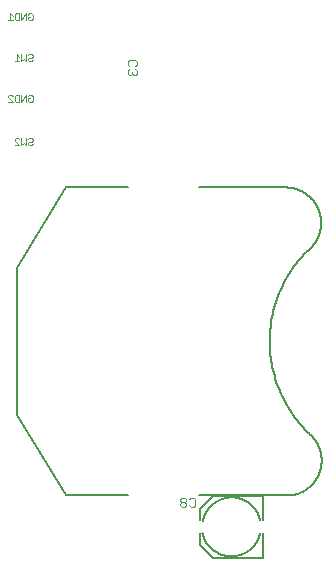
<source format=gbo>
G75*
%MOIN*%
%OFA0B0*%
%FSLAX25Y25*%
%IPPOS*%
%LPD*%
%AMOC8*
5,1,8,0,0,1.08239X$1,22.5*
%
%ADD10C,0.00100*%
%ADD11C,0.00800*%
%ADD12C,0.00200*%
D10*
X0005446Y0140850D02*
X0006980Y0140850D01*
X0005446Y0142385D01*
X0005446Y0142768D01*
X0005829Y0143152D01*
X0006597Y0143152D01*
X0006980Y0142768D01*
X0007655Y0143152D02*
X0007655Y0140850D01*
X0008423Y0141617D01*
X0009190Y0140850D01*
X0009190Y0143152D01*
X0009865Y0142768D02*
X0010249Y0143152D01*
X0011016Y0143152D01*
X0011400Y0142768D01*
X0011400Y0142385D01*
X0011016Y0142001D01*
X0010249Y0142001D01*
X0009865Y0141617D01*
X0009865Y0141234D01*
X0010249Y0140850D01*
X0011016Y0140850D01*
X0011400Y0141234D01*
X0011016Y0155250D02*
X0010249Y0155250D01*
X0009865Y0155634D01*
X0009865Y0156401D01*
X0010633Y0156401D01*
X0011400Y0157168D02*
X0011400Y0155634D01*
X0011016Y0155250D01*
X0011400Y0157168D02*
X0011016Y0157552D01*
X0010249Y0157552D01*
X0009865Y0157168D01*
X0009190Y0157552D02*
X0009190Y0155250D01*
X0007655Y0155250D02*
X0007655Y0157552D01*
X0006980Y0157552D02*
X0006980Y0155250D01*
X0005829Y0155250D01*
X0005446Y0155634D01*
X0005446Y0157168D01*
X0005829Y0157552D01*
X0006980Y0157552D01*
X0009190Y0157552D02*
X0007655Y0155250D01*
X0004770Y0155250D02*
X0003236Y0156785D01*
X0003236Y0157168D01*
X0003619Y0157552D01*
X0004387Y0157552D01*
X0004770Y0157168D01*
X0004770Y0155250D02*
X0003236Y0155250D01*
X0005446Y0168850D02*
X0006980Y0168850D01*
X0007655Y0168850D02*
X0007655Y0171152D01*
X0006980Y0170385D02*
X0006213Y0171152D01*
X0006213Y0168850D01*
X0007655Y0168850D02*
X0008423Y0169617D01*
X0009190Y0168850D01*
X0009190Y0171152D01*
X0009865Y0170768D02*
X0010249Y0171152D01*
X0011016Y0171152D01*
X0011400Y0170768D01*
X0011400Y0170385D01*
X0011016Y0170001D01*
X0010249Y0170001D01*
X0009865Y0169617D01*
X0009865Y0169234D01*
X0010249Y0168850D01*
X0011016Y0168850D01*
X0011400Y0169234D01*
X0011016Y0182450D02*
X0010249Y0182450D01*
X0009865Y0182834D01*
X0009865Y0183601D01*
X0010633Y0183601D01*
X0011400Y0184368D02*
X0011400Y0182834D01*
X0011016Y0182450D01*
X0011400Y0184368D02*
X0011016Y0184752D01*
X0010249Y0184752D01*
X0009865Y0184368D01*
X0009190Y0184752D02*
X0009190Y0182450D01*
X0007655Y0182450D02*
X0007655Y0184752D01*
X0006980Y0184752D02*
X0006980Y0182450D01*
X0005829Y0182450D01*
X0005446Y0182834D01*
X0005446Y0184368D01*
X0005829Y0184752D01*
X0006980Y0184752D01*
X0009190Y0184752D02*
X0007655Y0182450D01*
X0004770Y0182450D02*
X0003236Y0182450D01*
X0004003Y0182450D02*
X0004003Y0184752D01*
X0004770Y0183985D01*
D11*
X0022609Y0024061D02*
X0043239Y0024061D01*
X0022609Y0024061D02*
X0006074Y0050833D01*
X0006074Y0099967D01*
X0022609Y0126739D01*
X0043239Y0126739D01*
X0066861Y0126739D02*
X0095916Y0126739D01*
X0095916Y0126738D02*
X0096204Y0126732D01*
X0096491Y0126719D01*
X0096778Y0126699D01*
X0097064Y0126672D01*
X0097350Y0126638D01*
X0097635Y0126598D01*
X0097918Y0126550D01*
X0098201Y0126495D01*
X0098481Y0126434D01*
X0098761Y0126366D01*
X0099038Y0126290D01*
X0099314Y0126209D01*
X0099588Y0126120D01*
X0099859Y0126025D01*
X0100128Y0125923D01*
X0100394Y0125815D01*
X0100658Y0125700D01*
X0100919Y0125579D01*
X0101177Y0125451D01*
X0101431Y0125317D01*
X0101682Y0125177D01*
X0101930Y0125031D01*
X0102174Y0124879D01*
X0102415Y0124721D01*
X0102651Y0124558D01*
X0102883Y0124388D01*
X0103111Y0124213D01*
X0103335Y0124032D01*
X0103555Y0123846D01*
X0103769Y0123655D01*
X0103979Y0123458D01*
X0104184Y0123257D01*
X0104384Y0123050D01*
X0104580Y0122839D01*
X0104769Y0122623D01*
X0104954Y0122402D01*
X0105133Y0122177D01*
X0105306Y0121948D01*
X0105474Y0121715D01*
X0105636Y0121477D01*
X0105793Y0121236D01*
X0105943Y0120991D01*
X0106087Y0120742D01*
X0106226Y0120490D01*
X0106358Y0120234D01*
X0106483Y0119975D01*
X0106603Y0119714D01*
X0106716Y0119449D01*
X0106822Y0119182D01*
X0106922Y0118913D01*
X0107016Y0118641D01*
X0107102Y0118366D01*
X0107182Y0118090D01*
X0107255Y0117812D01*
X0107322Y0117532D01*
X0107381Y0117251D01*
X0107434Y0116968D01*
X0107480Y0116684D01*
X0107519Y0116399D01*
X0107551Y0116114D01*
X0107575Y0115827D01*
X0107593Y0115540D01*
X0107604Y0115253D01*
X0107608Y0114965D01*
X0107605Y0114677D01*
X0107595Y0114390D01*
X0107577Y0114103D01*
X0107553Y0113816D01*
X0107522Y0113531D01*
X0107484Y0113246D01*
X0107439Y0112962D01*
X0107387Y0112679D01*
X0107328Y0112397D01*
X0107262Y0112117D01*
X0107190Y0111839D01*
X0107110Y0111562D01*
X0107024Y0111288D01*
X0106932Y0111016D01*
X0106832Y0110746D01*
X0106727Y0110479D01*
X0106614Y0110214D01*
X0106495Y0109952D01*
X0106370Y0109693D01*
X0106239Y0109437D01*
X0106101Y0109185D01*
X0105957Y0108936D01*
X0105808Y0108690D01*
X0105652Y0108448D01*
X0105490Y0108210D01*
X0105323Y0107977D01*
X0105150Y0107747D01*
X0104972Y0107521D01*
X0104788Y0107300D01*
X0104598Y0107084D01*
X0104404Y0106872D01*
X0104204Y0106665D01*
X0103999Y0106463D01*
X0103790Y0106266D01*
X0104183Y0106659D02*
X0103427Y0105946D01*
X0102688Y0105214D01*
X0101967Y0104464D01*
X0101265Y0103697D01*
X0100581Y0102913D01*
X0099918Y0102112D01*
X0099274Y0101295D01*
X0098650Y0100463D01*
X0098047Y0099616D01*
X0097464Y0098754D01*
X0096903Y0097878D01*
X0096364Y0096989D01*
X0095846Y0096086D01*
X0095351Y0095172D01*
X0094878Y0094245D01*
X0094429Y0093307D01*
X0094002Y0092359D01*
X0093599Y0091400D01*
X0093219Y0090432D01*
X0092863Y0089455D01*
X0092531Y0088469D01*
X0092223Y0087475D01*
X0091940Y0086474D01*
X0091681Y0085467D01*
X0091448Y0084454D01*
X0091239Y0083435D01*
X0091055Y0082411D01*
X0090896Y0081383D01*
X0090762Y0080351D01*
X0090654Y0079317D01*
X0090571Y0078280D01*
X0090513Y0077242D01*
X0090481Y0076202D01*
X0090475Y0075162D01*
X0090494Y0074122D01*
X0090538Y0073083D01*
X0090608Y0072045D01*
X0090703Y0071009D01*
X0090823Y0069976D01*
X0090969Y0068946D01*
X0091140Y0067921D01*
X0091336Y0066899D01*
X0091557Y0065883D01*
X0091803Y0064872D01*
X0092074Y0063868D01*
X0092369Y0062870D01*
X0092688Y0061880D01*
X0093032Y0060899D01*
X0093399Y0059926D01*
X0093790Y0058962D01*
X0094205Y0058008D01*
X0094643Y0057065D01*
X0095104Y0056132D01*
X0095587Y0055211D01*
X0096093Y0054303D01*
X0096621Y0053407D01*
X0097171Y0052524D01*
X0097743Y0051655D01*
X0098335Y0050800D01*
X0098948Y0049960D01*
X0099582Y0049135D01*
X0100236Y0048326D01*
X0100909Y0047533D01*
X0101601Y0046757D01*
X0102313Y0045998D01*
X0103042Y0045257D01*
X0103790Y0044533D01*
X0103791Y0044534D02*
X0104003Y0044344D01*
X0104210Y0044149D01*
X0104412Y0043948D01*
X0104610Y0043743D01*
X0104802Y0043533D01*
X0104989Y0043319D01*
X0105171Y0043100D01*
X0105348Y0042876D01*
X0105519Y0042648D01*
X0105684Y0042417D01*
X0105844Y0042181D01*
X0105998Y0041941D01*
X0106146Y0041698D01*
X0106288Y0041451D01*
X0106424Y0041201D01*
X0106554Y0040948D01*
X0106678Y0040691D01*
X0106795Y0040432D01*
X0106906Y0040169D01*
X0107011Y0039905D01*
X0107109Y0039637D01*
X0107200Y0039368D01*
X0107285Y0039096D01*
X0107364Y0038822D01*
X0107435Y0038546D01*
X0107500Y0038269D01*
X0107558Y0037990D01*
X0107610Y0037710D01*
X0107654Y0037429D01*
X0107692Y0037147D01*
X0107722Y0036864D01*
X0107746Y0036580D01*
X0107763Y0036296D01*
X0107773Y0036011D01*
X0107776Y0035726D01*
X0107772Y0035441D01*
X0107761Y0035157D01*
X0107743Y0034873D01*
X0107719Y0034589D01*
X0107687Y0034306D01*
X0107649Y0034024D01*
X0107603Y0033743D01*
X0107551Y0033463D01*
X0107492Y0033184D01*
X0107426Y0032907D01*
X0107354Y0032632D01*
X0107274Y0032358D01*
X0107189Y0032087D01*
X0107096Y0031817D01*
X0106997Y0031550D01*
X0106892Y0031286D01*
X0106780Y0031024D01*
X0106662Y0030765D01*
X0106537Y0030509D01*
X0106406Y0030256D01*
X0106270Y0030006D01*
X0106127Y0029760D01*
X0105978Y0029517D01*
X0105823Y0029278D01*
X0105663Y0029043D01*
X0105496Y0028811D01*
X0105325Y0028584D01*
X0105147Y0028361D01*
X0104965Y0028143D01*
X0104777Y0027929D01*
X0104584Y0027719D01*
X0104386Y0027515D01*
X0104183Y0027315D01*
X0103975Y0027121D01*
X0103762Y0026931D01*
X0103545Y0026747D01*
X0103324Y0026568D01*
X0103098Y0026394D01*
X0102868Y0026226D01*
X0102634Y0026064D01*
X0102396Y0025907D01*
X0102155Y0025757D01*
X0101910Y0025612D01*
X0101661Y0025473D01*
X0101409Y0025340D01*
X0101154Y0025214D01*
X0100896Y0025094D01*
X0100635Y0024980D01*
X0100371Y0024872D01*
X0100105Y0024771D01*
X0099836Y0024676D01*
X0099565Y0024588D01*
X0099292Y0024507D01*
X0099018Y0024432D01*
X0098741Y0024364D01*
X0098463Y0024303D01*
X0098183Y0024249D01*
X0097903Y0024201D01*
X0097621Y0024161D01*
X0097338Y0024127D01*
X0097055Y0024100D01*
X0096771Y0024080D01*
X0096486Y0024067D01*
X0096201Y0024061D01*
X0095917Y0024061D01*
X0095916Y0024061D02*
X0066861Y0024061D01*
X0067220Y0019715D02*
X0067220Y0015778D01*
X0067220Y0019715D02*
X0071551Y0024046D01*
X0088086Y0024046D01*
X0088086Y0015778D01*
X0088086Y0011447D02*
X0088086Y0003180D01*
X0071551Y0003180D01*
X0067220Y0007510D01*
X0067220Y0011644D01*
X0068007Y0011644D02*
X0068061Y0011410D01*
X0068119Y0011176D01*
X0068184Y0010945D01*
X0068254Y0010715D01*
X0068330Y0010487D01*
X0068411Y0010260D01*
X0068497Y0010036D01*
X0068590Y0009814D01*
X0068687Y0009594D01*
X0068790Y0009377D01*
X0068898Y0009162D01*
X0069011Y0008950D01*
X0069130Y0008740D01*
X0069253Y0008534D01*
X0069381Y0008331D01*
X0069515Y0008131D01*
X0069653Y0007934D01*
X0069796Y0007740D01*
X0069943Y0007550D01*
X0070095Y0007364D01*
X0070252Y0007182D01*
X0070413Y0007003D01*
X0070578Y0006829D01*
X0070748Y0006658D01*
X0070921Y0006492D01*
X0071099Y0006329D01*
X0071280Y0006172D01*
X0071466Y0006018D01*
X0071655Y0005870D01*
X0071847Y0005726D01*
X0072043Y0005586D01*
X0072242Y0005452D01*
X0072445Y0005322D01*
X0072650Y0005197D01*
X0072859Y0005077D01*
X0073070Y0004963D01*
X0073284Y0004853D01*
X0073501Y0004749D01*
X0073720Y0004650D01*
X0073942Y0004557D01*
X0074166Y0004469D01*
X0074391Y0004386D01*
X0074619Y0004309D01*
X0074849Y0004238D01*
X0075080Y0004172D01*
X0075313Y0004111D01*
X0075547Y0004057D01*
X0075782Y0004008D01*
X0076019Y0003965D01*
X0076256Y0003927D01*
X0076495Y0003896D01*
X0076734Y0003870D01*
X0076974Y0003850D01*
X0077214Y0003836D01*
X0077454Y0003827D01*
X0077694Y0003825D01*
X0077935Y0003828D01*
X0078175Y0003838D01*
X0078415Y0003853D01*
X0078655Y0003874D01*
X0078894Y0003900D01*
X0079132Y0003933D01*
X0079369Y0003971D01*
X0079606Y0004015D01*
X0079841Y0004065D01*
X0080075Y0004121D01*
X0080307Y0004182D01*
X0080538Y0004249D01*
X0080768Y0004321D01*
X0080995Y0004399D01*
X0081221Y0004483D01*
X0081444Y0004572D01*
X0081665Y0004666D01*
X0081884Y0004766D01*
X0082100Y0004871D01*
X0082314Y0004981D01*
X0082525Y0005096D01*
X0082733Y0005217D01*
X0082938Y0005342D01*
X0083140Y0005473D01*
X0083339Y0005608D01*
X0083534Y0005748D01*
X0083726Y0005893D01*
X0083914Y0006043D01*
X0084099Y0006197D01*
X0084280Y0006355D01*
X0084457Y0006518D01*
X0084630Y0006685D01*
X0084799Y0006856D01*
X0084963Y0007032D01*
X0085124Y0007211D01*
X0085279Y0007394D01*
X0085431Y0007581D01*
X0085578Y0007771D01*
X0085720Y0007965D01*
X0085857Y0008163D01*
X0085990Y0008363D01*
X0086117Y0008567D01*
X0086240Y0008774D01*
X0086357Y0008984D01*
X0086470Y0009196D01*
X0086577Y0009411D01*
X0086679Y0009629D01*
X0086776Y0009849D01*
X0086867Y0010072D01*
X0086953Y0010297D01*
X0087033Y0010523D01*
X0087108Y0010752D01*
X0087177Y0010982D01*
X0087240Y0011214D01*
X0087298Y0011447D01*
X0087299Y0015778D02*
X0087246Y0016010D01*
X0087187Y0016241D01*
X0087123Y0016470D01*
X0087052Y0016697D01*
X0086977Y0016923D01*
X0086896Y0017147D01*
X0086809Y0017369D01*
X0086717Y0017588D01*
X0086620Y0017805D01*
X0086517Y0018020D01*
X0086409Y0018232D01*
X0086296Y0018442D01*
X0086178Y0018649D01*
X0086055Y0018852D01*
X0085927Y0019053D01*
X0085794Y0019251D01*
X0085657Y0019445D01*
X0085514Y0019636D01*
X0085367Y0019823D01*
X0085216Y0020007D01*
X0085060Y0020186D01*
X0084900Y0020362D01*
X0084735Y0020534D01*
X0084566Y0020702D01*
X0084394Y0020866D01*
X0084217Y0021026D01*
X0084036Y0021181D01*
X0083852Y0021332D01*
X0083664Y0021478D01*
X0083473Y0021619D01*
X0083278Y0021756D01*
X0083080Y0021888D01*
X0082879Y0022015D01*
X0082674Y0022138D01*
X0082467Y0022255D01*
X0082257Y0022367D01*
X0082044Y0022474D01*
X0081829Y0022576D01*
X0081612Y0022672D01*
X0081392Y0022763D01*
X0081170Y0022849D01*
X0080945Y0022929D01*
X0080719Y0023004D01*
X0080492Y0023073D01*
X0080262Y0023137D01*
X0080031Y0023195D01*
X0079799Y0023247D01*
X0079566Y0023294D01*
X0079331Y0023335D01*
X0079096Y0023370D01*
X0078860Y0023399D01*
X0078623Y0023423D01*
X0078385Y0023441D01*
X0078148Y0023453D01*
X0077910Y0023459D01*
X0077672Y0023459D01*
X0077434Y0023454D01*
X0077196Y0023443D01*
X0076958Y0023426D01*
X0076721Y0023403D01*
X0076485Y0023375D01*
X0076249Y0023340D01*
X0076015Y0023300D01*
X0075781Y0023255D01*
X0075549Y0023203D01*
X0075318Y0023146D01*
X0075088Y0023083D01*
X0074860Y0023015D01*
X0074634Y0022941D01*
X0074409Y0022862D01*
X0074187Y0022777D01*
X0073966Y0022687D01*
X0073748Y0022591D01*
X0073533Y0022490D01*
X0073320Y0022384D01*
X0073109Y0022273D01*
X0072902Y0022156D01*
X0072697Y0022035D01*
X0072495Y0021908D01*
X0072297Y0021777D01*
X0072101Y0021641D01*
X0071909Y0021500D01*
X0071721Y0021355D01*
X0071536Y0021205D01*
X0071355Y0021050D01*
X0071178Y0020891D01*
X0071004Y0020728D01*
X0070835Y0020561D01*
X0070670Y0020389D01*
X0070509Y0020214D01*
X0070352Y0020035D01*
X0070200Y0019852D01*
X0070052Y0019665D01*
X0069909Y0019475D01*
X0069771Y0019281D01*
X0069637Y0019084D01*
X0069509Y0018884D01*
X0069385Y0018681D01*
X0069266Y0018474D01*
X0069152Y0018265D01*
X0069043Y0018053D01*
X0068940Y0017839D01*
X0068842Y0017622D01*
X0068749Y0017403D01*
X0068662Y0017181D01*
X0068580Y0016958D01*
X0068503Y0016733D01*
X0068432Y0016505D01*
X0068367Y0016276D01*
X0068307Y0016046D01*
X0068253Y0015814D01*
X0068204Y0015581D01*
D12*
X0065086Y0020330D02*
X0065586Y0020830D01*
X0065586Y0022832D01*
X0065086Y0023332D01*
X0064085Y0023332D01*
X0063585Y0022832D01*
X0062640Y0022832D02*
X0062640Y0022332D01*
X0062139Y0021831D01*
X0061138Y0021831D01*
X0060638Y0021331D01*
X0060638Y0020830D01*
X0061138Y0020330D01*
X0062139Y0020330D01*
X0062640Y0020830D01*
X0062640Y0021331D01*
X0062139Y0021831D01*
X0061138Y0021831D02*
X0060638Y0022332D01*
X0060638Y0022832D01*
X0061138Y0023332D01*
X0062139Y0023332D01*
X0062640Y0022832D01*
X0063585Y0020830D02*
X0064085Y0020330D01*
X0065086Y0020330D01*
X0045669Y0164130D02*
X0046169Y0164631D01*
X0046169Y0165632D01*
X0045669Y0166132D01*
X0045669Y0167077D02*
X0046169Y0167577D01*
X0046169Y0168578D01*
X0045669Y0169079D01*
X0043667Y0169079D01*
X0043167Y0168578D01*
X0043167Y0167577D01*
X0043667Y0167077D01*
X0043667Y0166132D02*
X0043167Y0165632D01*
X0043167Y0164631D01*
X0043667Y0164130D01*
X0044168Y0164130D01*
X0044668Y0164631D01*
X0045169Y0164130D01*
X0045669Y0164130D01*
X0044668Y0164631D02*
X0044668Y0165131D01*
M02*

</source>
